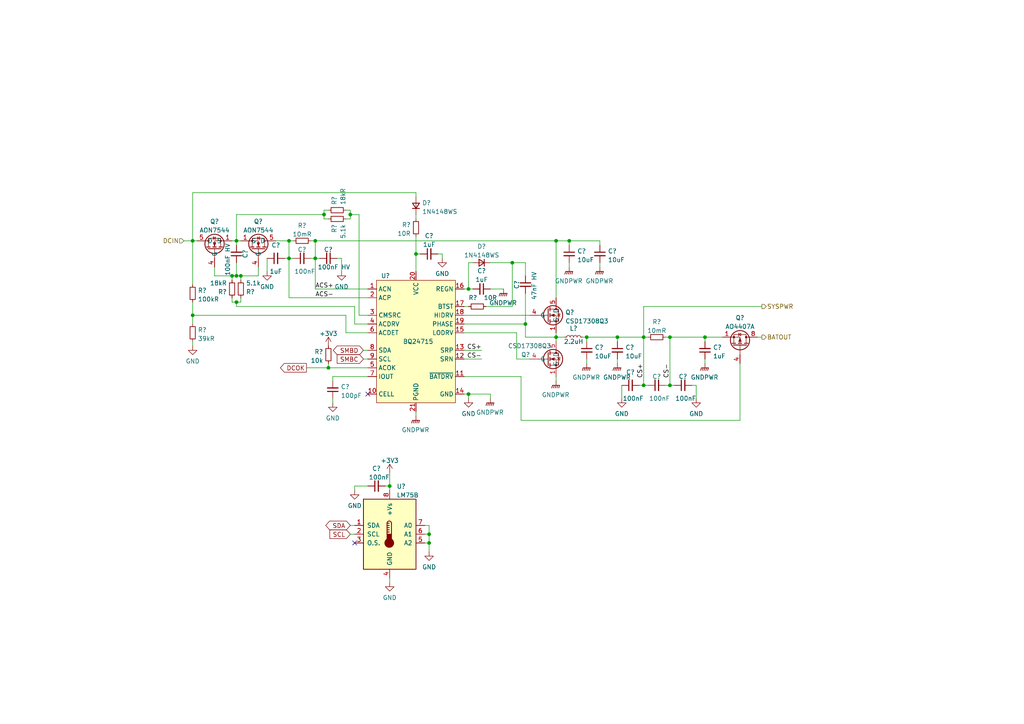
<source format=kicad_sch>
(kicad_sch (version 20211123) (generator eeschema)
  (paper "A4")
  (lib_symbols
    (symbol "Device:C_Small" (pin_numbers hide) (pin_names (offset 0.254) hide)
      (property "Reference" "C" (at 0.254 1.778 0))
      (property "Value" "C_Small" (at 0.254 -2.032 0))
      (symbol "C_Small_0_1"
        (polyline (pts (xy -1.524 -0.508) (xy 1.524 -0.508)) (stroke (width 0.3302)))
        (polyline (pts (xy -1.524 0.508) (xy 1.524 0.508)) (stroke (width 0.3048)))
      )
      (symbol "C_Small_1_1"
        (pin passive line (at 0 2.54 270) (length 2.032) (name "~") (number "1"))
        (pin passive line (at 0 -2.54 90) (length 2.032) (name "~") (number "2"))
      )
    )
    (symbol "Device:D_Small" (pin_numbers hide) (pin_names (offset 0.254) hide)
      (property "Reference" "D" (at -1.27 2.032 0))
      (property "Value" "D_Small" (at -3.81 -2.032 0))
      (symbol "D_Small_0_1"
        (polyline (pts (xy -0.762 -1.016) (xy -0.762 1.016)) (stroke (width 0.254)))
        (polyline (pts (xy -0.762 0) (xy 0.762 0)))
        (polyline (pts (xy 0.762 -1.016) (xy -0.762 0) (xy 0.762 1.016) (xy 0.762 -1.016)) (stroke (width 0.254)))
      )
      (symbol "D_Small_1_1"
        (pin passive line (at -2.54 0 0) (length 1.778) (name "K") (number "1"))
        (pin passive line (at 2.54 0 180) (length 1.778) (name "A") (number "2"))
      )
    )
    (symbol "Device:L_Small" (pin_numbers hide) (pin_names (offset 0.254) hide)
      (property "Reference" "L" (at 0.762 1.016 0))
      (property "Value" "L_Small" (at 0.762 -1.016 0))
      (symbol "L_Small_0_1"
        (arc (start 0 -2.032) (mid 0.508 -1.524) (end 0 -1.016))
        (arc (start 0 -1.016) (mid 0.508 -0.508) (end 0 0))
        (arc (start 0 0) (mid 0.508 0.508) (end 0 1.016))
        (arc (start 0 1.016) (mid 0.508 1.524) (end 0 2.032))
      )
      (symbol "L_Small_1_1"
        (pin passive line (at 0 2.54 270) (length 0.508) (name "~") (number "1"))
        (pin passive line (at 0 -2.54 90) (length 0.508) (name "~") (number "2"))
      )
    )
    (symbol "Device:R_Small" (pin_numbers hide) (pin_names (offset 0.254) hide)
      (property "Reference" "R" (at 0.762 0.508 0))
      (property "Value" "R_Small" (at 0.762 -1.016 0))
      (symbol "R_Small_0_1"
        (rectangle (start -0.762 1.778) (end 0.762 -1.778) (stroke (width 0.2032)))
      )
      (symbol "R_Small_1_1"
        (pin passive line (at 0 2.54 270) (length 0.762) (name "~") (number "1"))
        (pin passive line (at 0 -2.54 90) (length 0.762) (name "~") (number "2"))
      )
    )
    (symbol "Sensor_Temperature:LM75B" (pin_names (offset 1.016))
      (property "Reference" "U" (at -6.35 11.43 0))
      (property "Value" "LM75B" (at 0 11.43 0))
      (symbol "LM75B_0_1"
        (rectangle (start -7.62 10.16) (end 7.62 -10.16) (stroke (width 0.254)) (fill (type background)))
        (circle (center -0.127 -2.54) (radius 1.27) (stroke (width 0.254)) (fill (type outline)))
        (polyline (pts (xy -0.762 0.635) (xy -0.127 0.635)) (stroke (width 0.254)))
        (polyline (pts (xy -0.762 1.27) (xy -0.127 1.27)) (stroke (width 0.254)))
        (polyline (pts (xy -0.762 1.905) (xy -0.127 1.905)) (stroke (width 0.254)))
        (polyline (pts (xy -0.762 2.54) (xy -0.127 2.54)) (stroke (width 0.254)))
        (polyline (pts (xy -0.762 3.175) (xy -0.762 0)) (stroke (width 0.254)))
        (polyline (pts (xy -0.762 3.175) (xy -0.127 3.175)) (stroke (width 0.254)))
        (polyline (pts (xy 0.508 3.175) (xy 0.508 0)) (stroke (width 0.254)))
        (rectangle (start 0.508 -1.905) (end -0.762 0) (stroke (width 0.254)) (fill (type outline)))
        (arc (start 0.508 3.175) (mid -0.127 3.81) (end -0.762 3.175) (stroke (width 0.254)))
      )
      (symbol "LM75B_1_1"
        (pin bidirectional line (at -10.16 2.54 0) (length 2.54) (name "SDA") (number "1"))
        (pin input line (at -10.16 0 0) (length 2.54) (name "SCL") (number "2"))
        (pin open_collector line (at -10.16 -2.54 0) (length 2.54) (name "O.S.") (number "3"))
        (pin power_in line (at 0 -12.7 90) (length 2.54) (name "GND") (number "4"))
        (pin input line (at 10.16 -2.54 180) (length 2.54) (name "A2") (number "5"))
        (pin input line (at 10.16 0 180) (length 2.54) (name "A1") (number "6"))
        (pin input line (at 10.16 2.54 180) (length 2.54) (name "A0") (number "7"))
        (pin power_in line (at 0 12.7 270) (length 2.54) (name "+Vs") (number "8"))
      )
    )
    (symbol "Transistor_FET:FDS9435A" (pin_names hide)
      (property "Reference" "Q" (at 5.08 1.905 0))
      (property "Value" "FDS9435A" (at 5.08 0 0))
      (symbol "FDS9435A_0_1"
        (polyline (pts (xy 0.254 0) (xy -2.54 0)))
        (polyline (pts (xy 0.254 1.905) (xy 0.254 -1.905)) (stroke (width 0.254)))
        (polyline (pts (xy 0.762 -1.27) (xy 0.762 -2.286)) (stroke (width 0.254)))
        (polyline (pts (xy 0.762 0.508) (xy 0.762 -0.508)) (stroke (width 0.254)))
        (polyline (pts (xy 0.762 2.286) (xy 0.762 1.27)) (stroke (width 0.254)))
        (polyline (pts (xy 2.54 2.54) (xy 2.54 1.778)))
        (polyline (pts (xy 2.54 -2.54) (xy 2.54 0) (xy 0.762 0)))
        (polyline (pts (xy 0.762 1.778) (xy 3.302 1.778) (xy 3.302 -1.778) (xy 0.762 -1.778)))
        (polyline (pts (xy 2.286 0) (xy 1.27 0.381) (xy 1.27 -0.381) (xy 2.286 0)) (fill (type outline)))
        (polyline (pts (xy 2.794 -0.508) (xy 2.921 -0.381) (xy 3.683 -0.381) (xy 3.81 -0.254)))
        (polyline (pts (xy 3.302 -0.381) (xy 2.921 0.254) (xy 3.683 0.254) (xy 3.302 -0.381)))
        (circle (center 1.651 0) (radius 2.794) (stroke (width 0.254)))
        (circle (center 2.54 -1.778) (radius 0.254) (fill (type outline)))
        (circle (center 2.54 1.778) (radius 0.254) (fill (type outline)))
      )
      (symbol "FDS9435A_1_1"
        (pin passive line (at 2.54 -5.08 90) (length 2.54) (name "S") (number "1"))
        (pin passive line (at 2.54 -5.08 90) (length 2.54) hide (name "S") (number "2"))
        (pin passive line (at 2.54 -5.08 90) (length 2.54) hide (name "S") (number "3"))
        (pin passive line (at -5.08 0 0) (length 2.54) (name "G") (number "4"))
        (pin passive line (at 2.54 5.08 270) (length 2.54) hide (name "D") (number "5"))
        (pin passive line (at 2.54 5.08 270) (length 2.54) hide (name "D") (number "6"))
        (pin passive line (at 2.54 5.08 270) (length 2.54) hide (name "D") (number "7"))
        (pin passive line (at 2.54 5.08 270) (length 2.54) (name "D") (number "8"))
      )
    )
    (symbol "Transistor_FET_DFN:AON7544"
      (property "Reference" "Q" (at 0 0 0))
      (property "Value" "AON7544" (at -6.35 5.08 0))
      (symbol "AON7544_0_1"
        (circle (center -0.889 0) (radius 2.794) (stroke (width 0.254)))
        (circle (center 0 -1.778) (radius 0.254) (fill (type outline)))
        (polyline (pts (xy -2.286 0) (xy -5.08 0)))
        (polyline (pts (xy -2.286 1.905) (xy -2.286 -1.905)) (stroke (width 0.254)))
        (polyline (pts (xy -1.778 -1.27) (xy -1.778 -2.286)) (stroke (width 0.254)))
        (polyline (pts (xy -1.778 0.508) (xy -1.778 -0.508)) (stroke (width 0.254)))
        (polyline (pts (xy -1.778 2.286) (xy -1.778 1.27)) (stroke (width 0.254)))
        (polyline (pts (xy 0 2.54) (xy 0 1.778)))
        (polyline (pts (xy 0 -2.54) (xy 0 0) (xy -1.778 0)))
        (polyline (pts (xy -1.778 -1.778) (xy 0.762 -1.778) (xy 0.762 1.778) (xy -1.778 1.778)))
        (polyline (pts (xy -1.524 0) (xy -0.508 0.381) (xy -0.508 -0.381) (xy -1.524 0)) (fill (type outline)))
        (polyline (pts (xy 0.254 0.508) (xy 0.381 0.381) (xy 1.143 0.381) (xy 1.27 0.254)))
        (polyline (pts (xy 0.762 0.381) (xy 0.381 -0.254) (xy 1.143 -0.254) (xy 0.762 0.381)))
        (circle (center 0 1.778) (radius 0.254) (fill (type outline)))
      )
      (symbol "AON7544_1_1"
        (pin passive line (at 0 -5.08 90) (length 2.54) (name "S") (number "1"))
        (pin passive line (at 0 -5.08 90) (length 2.54) hide (name "S") (number "2"))
        (pin passive line (at 0 -5.08 90) (length 2.54) hide (name "S") (number "3"))
        (pin input line (at -7.62 0 0) (length 2.54) (name "G") (number "4"))
        (pin passive line (at 0 5.08 270) (length 2.54) (name "D") (number "5"))
        (pin passive line (at 0 5.08 270) (length 2.54) hide (name "D") (number "6"))
        (pin passive line (at 0 5.08 270) (length 2.54) hide (name "D") (number "7"))
        (pin passive line (at 0 5.08 270) (length 2.54) hide (name "D") (number "8"))
        (pin passive line (at 0 5.08 270) (length 2.54) hide (name "D") (number "9"))
      )
    )
    (symbol "power:+3V3" (power) (pin_names (offset 0))
      (property "Value" "+3V3" (at 0 3.556 0))
      (symbol "+3V3_0_1"
        (polyline (pts (xy -0.762 1.27) (xy 0 2.54)))
        (polyline (pts (xy 0 0) (xy 0 2.54)))
        (polyline (pts (xy 0 2.54) (xy 0.762 1.27)))
      )
      (symbol "+3V3_1_1"
        (pin power_in line (at 0 0 90) (length 0) hide (name "+3V3") (number "1"))
      )
    )
    (symbol "power:GND" (power) (pin_names (offset 0))
      (property "Value" "GND" (at 0 -3.81 0))
      (symbol "GND_0_1"
        (polyline (pts (xy 0 0) (xy 0 -1.27) (xy 1.27 -1.27) (xy 0 -2.54) (xy -1.27 -1.27) (xy 0 -1.27)))
      )
      (symbol "GND_1_1"
        (pin power_in line (at 0 0 270) (length 0) hide (name "GND") (number "1"))
      )
    )
    (symbol "power:GNDPWR" (power) (pin_names (offset 0))
      (property "Value" "GNDPWR" (at 0 -3.302 0))
      (symbol "GNDPWR_0_1"
        (polyline (pts (xy 0 -1.27) (xy 0 0)))
        (polyline (pts (xy -1.016 -1.27) (xy -1.27 -2.032) (xy -1.27 -2.032)) (stroke (width 0.2032)))
        (polyline (pts (xy -0.508 -1.27) (xy -0.762 -2.032) (xy -0.762 -2.032)) (stroke (width 0.2032)))
        (polyline (pts (xy 0 -1.27) (xy -0.254 -2.032) (xy -0.254 -2.032)) (stroke (width 0.2032)))
        (polyline (pts (xy 0.508 -1.27) (xy 0.254 -2.032) (xy 0.254 -2.032)) (stroke (width 0.2032)))
        (polyline (pts (xy 1.016 -1.27) (xy -1.016 -1.27) (xy -1.016 -1.27)) (stroke (width 0.2032)))
        (polyline (pts (xy 1.016 -1.27) (xy 0.762 -2.032) (xy 0.762 -2.032) (xy 0.762 -2.032)) (stroke (width 0.2032)))
      )
      (symbol "GNDPWR_1_1"
        (pin power_in line (at 0 0 270) (length 0) hide (name "GNDPWR") (number "1"))
      )
    )
    (symbol "ti-chargers:BQ24715"
      (property "Reference" "U" (at 69.85 1.27 0))
      (property "Value" "BQ24715" (at 69.85 1.27 0))
      (symbol "BQ24715_0_0"
        (pin input line (at -13.97 15.24 0) (length 2.54) (name "ACN") (number "1"))
        (pin input line (at -13.97 -15.24 0) (length 2.54) (name "CELL") (number "10"))
        (pin output line (at 13.97 -10.16 180) (length 2.54) (name "~{BATDRV}") (number "11"))
        (pin input line (at 13.97 -5.08 180) (length 2.54) (name "SRN") (number "12"))
        (pin input line (at 13.97 -2.54 180) (length 2.54) (name "SRP") (number "13"))
        (pin power_in line (at 13.97 -15.24 180) (length 2.54) (name "GND") (number "14"))
        (pin output line (at 13.97 2.54 180) (length 2.54) (name "LODRV") (number "15"))
        (pin output line (at 13.97 15.24 180) (length 2.54) (name "REGN") (number "16"))
        (pin input line (at 13.97 10.16 180) (length 2.54) (name "BTST") (number "17"))
        (pin output line (at 13.97 7.62 180) (length 2.54) (name "HIDRV") (number "18"))
        (pin input line (at 13.97 5.08 180) (length 2.54) (name "PHASE") (number "19"))
        (pin input line (at -13.97 12.7 0) (length 2.54) (name "ACP") (number "2"))
        (pin power_in line (at 0 20.32 270) (length 2.54) (name "VCC") (number "20"))
        (pin power_in line (at 0 -20.32 90) (length 2.54) (name "PGND") (number "21"))
        (pin input line (at -13.97 7.62 0) (length 2.54) (name "CMSRC") (number "3"))
        (pin output line (at -13.97 5.08 0) (length 2.54) (name "ACDRV") (number "4"))
        (pin output line (at -13.97 -7.62 0) (length 2.54) (name "ACOK") (number "5"))
        (pin input line (at -13.97 2.54 0) (length 2.54) (name "ACDET") (number "6"))
        (pin output line (at -13.97 -10.16 0) (length 2.54) (name "IOUT") (number "7"))
        (pin bidirectional line (at -13.97 -2.54 0) (length 2.54) (name "SDA") (number "8"))
        (pin input line (at -13.97 -5.08 0) (length 2.54) (name "SCL") (number "9"))
      )
      (symbol "BQ24715_0_1"
        (rectangle (start -11.43 17.78) (end 11.43 -17.78) (fill (type background)))
      )
    )
  )
  (junction (at 83.82 74.93))
  (junction (at 69.85 80.01))
  (junction (at 91.44 74.93))
  (junction (at 68.58 80.01))
  (junction (at 120.65 73.66))
  (junction (at 68.58 87.63))
  (junction (at 186.69 97.79))
  (junction (at 83.82 69.85))
  (junction (at 204.47 97.79))
  (junction (at 161.29 69.85))
  (junction (at 194.31 97.79))
  (junction (at 165.1 69.85))
  (junction (at 67.31 80.01))
  (junction (at 179.07 97.79))
  (junction (at 113.03 140.97))
  (junction (at 101.6 62.23))
  (junction (at 170.18 97.79))
  (junction (at 95.25 106.68))
  (junction (at 135.89 83.82))
  (junction (at 124.46 157.48))
  (junction (at 194.31 111.76))
  (junction (at 161.29 97.79))
  (junction (at 186.69 111.76))
  (junction (at 152.4 93.98))
  (junction (at 68.58 69.85))
  (junction (at 55.88 69.85))
  (junction (at 93.98 62.23))
  (junction (at 135.89 114.3))
  (junction (at 124.46 154.94))
  (junction (at 148.59 76.2))
  (junction (at 91.44 69.85))
  (junction (at 55.88 91.44))
  (no_connect (at 106.68 114.3))
  (no_connect (at 102.87 157.48))
  (wire (pts (xy 128.27 73.66) (xy 127 73.66)))
  (wire (pts (xy 128.27 74.93) (xy 128.27 73.66)))
  (wire (pts (xy 100.33 63.5) (xy 101.6 63.5)))
  (wire (pts (xy 55.88 87.63) (xy 55.88 91.44)))
  (wire (pts (xy 194.31 111.76) (xy 195.58 111.76)))
  (wire (pts (xy 194.31 97.79) (xy 194.31 111.76)))
  (wire (pts (xy 101.6 152.4) (xy 102.87 152.4)))
  (wire (pts (xy 68.58 69.85) (xy 68.58 71.12)))
  (wire (pts (xy 93.98 60.96) (xy 93.98 62.23)))
  (wire (pts (xy 67.31 80.01) (xy 68.58 80.01)))
  (wire (pts (xy 62.23 77.47) (xy 62.23 80.01)))
  (wire (pts (xy 186.69 111.76) (xy 187.96 111.76)))
  (wire (pts (xy 96.52 115.57) (xy 96.52 116.84)))
  (wire (pts (xy 165.1 69.85) (xy 161.29 69.85)))
  (wire (pts (xy 69.85 80.01) (xy 74.93 80.01)))
  (wire (pts (xy 83.82 69.85) (xy 85.09 69.85)))
  (wire (pts (xy 102.87 140.97) (xy 102.87 142.24)))
  (wire (pts (xy 134.62 104.14) (xy 139.7 104.14)))
  (wire (pts (xy 124.46 154.94) (xy 124.46 152.4)))
  (wire (pts (xy 220.98 88.9) (xy 186.69 88.9)))
  (wire (pts (xy 170.18 104.14) (xy 170.18 105.41)))
  (wire (pts (xy 142.24 114.3) (xy 142.24 115.57)))
  (wire (pts (xy 102.87 93.98) (xy 102.87 88.9)))
  (wire (pts (xy 135.89 76.2) (xy 135.89 83.82)))
  (wire (pts (xy 185.42 111.76) (xy 186.69 111.76)))
  (wire (pts (xy 194.31 97.79) (xy 204.47 97.79)))
  (wire (pts (xy 100.33 60.96) (xy 101.6 60.96)))
  (wire (pts (xy 93.98 62.23) (xy 93.98 63.5)))
  (wire (pts (xy 161.29 69.85) (xy 161.29 86.36)))
  (wire (pts (xy 68.58 87.63) (xy 69.85 87.63)))
  (wire (pts (xy 104.14 62.23) (xy 101.6 62.23)))
  (wire (pts (xy 124.46 160.02) (xy 124.46 157.48)))
  (wire (pts (xy 68.58 76.2) (xy 68.58 80.01)))
  (wire (pts (xy 90.17 69.85) (xy 91.44 69.85)))
  (wire (pts (xy 186.69 97.79) (xy 179.07 97.79)))
  (wire (pts (xy 83.82 69.85) (xy 83.82 74.93)))
  (wire (pts (xy 161.29 109.22) (xy 161.29 110.49)))
  (wire (pts (xy 55.88 55.88) (xy 120.65 55.88)))
  (wire (pts (xy 113.03 137.16) (xy 113.03 140.97)))
  (wire (pts (xy 91.44 69.85) (xy 161.29 69.85)))
  (wire (pts (xy 68.58 62.23) (xy 68.58 69.85)))
  (wire (pts (xy 69.85 81.28) (xy 69.85 80.01)))
  (wire (pts (xy 101.6 154.94) (xy 102.87 154.94)))
  (wire (pts (xy 55.88 69.85) (xy 55.88 55.88)))
  (wire (pts (xy 165.1 76.2) (xy 165.1 77.47)))
  (wire (pts (xy 170.18 97.79) (xy 179.07 97.79)))
  (wire (pts (xy 186.69 97.79) (xy 186.69 111.76)))
  (wire (pts (xy 111.76 140.97) (xy 113.03 140.97)))
  (wire (pts (xy 142.24 83.82) (xy 146.05 83.82)))
  (wire (pts (xy 168.91 97.79) (xy 170.18 97.79)))
  (wire (pts (xy 96.52 109.22) (xy 96.52 110.49)))
  (wire (pts (xy 204.47 104.14) (xy 204.47 105.41)))
  (wire (pts (xy 101.6 62.23) (xy 101.6 63.5)))
  (wire (pts (xy 135.89 115.57) (xy 135.89 114.3)))
  (wire (pts (xy 151.13 121.92) (xy 214.63 121.92)))
  (wire (pts (xy 161.29 97.79) (xy 161.29 99.06)))
  (wire (pts (xy 179.07 97.79) (xy 179.07 99.06)))
  (wire (pts (xy 134.62 93.98) (xy 152.4 93.98)))
  (wire (pts (xy 134.62 91.44) (xy 153.67 91.44)))
  (wire (pts (xy 92.71 74.93) (xy 91.44 74.93)))
  (wire (pts (xy 120.65 119.38) (xy 120.65 120.65)))
  (wire (pts (xy 106.68 86.36) (xy 83.82 86.36)))
  (wire (pts (xy 170.18 97.79) (xy 170.18 99.06)))
  (wire (pts (xy 148.59 76.2) (xy 148.59 88.9)))
  (wire (pts (xy 152.4 85.09) (xy 152.4 93.98)))
  (wire (pts (xy 187.96 97.79) (xy 186.69 97.79)))
  (wire (pts (xy 124.46 152.4) (xy 123.19 152.4)))
  (wire (pts (xy 113.03 140.97) (xy 113.03 142.24)))
  (wire (pts (xy 104.14 91.44) (xy 106.68 91.44)))
  (wire (pts (xy 134.62 96.52) (xy 149.86 96.52)))
  (wire (pts (xy 193.04 111.76) (xy 194.31 111.76)))
  (wire (pts (xy 149.86 96.52) (xy 149.86 104.14)))
  (wire (pts (xy 194.31 97.79) (xy 193.04 97.79)))
  (wire (pts (xy 180.34 111.76) (xy 180.34 115.57)))
  (wire (pts (xy 214.63 121.92) (xy 214.63 105.41)))
  (wire (pts (xy 91.44 69.85) (xy 91.44 74.93)))
  (wire (pts (xy 100.33 91.44) (xy 55.88 91.44)))
  (wire (pts (xy 62.23 80.01) (xy 67.31 80.01)))
  (wire (pts (xy 120.65 55.88) (xy 120.65 57.15)))
  (wire (pts (xy 88.9 106.68) (xy 95.25 106.68)))
  (wire (pts (xy 123.19 154.94) (xy 124.46 154.94)))
  (wire (pts (xy 83.82 74.93) (xy 85.09 74.93)))
  (wire (pts (xy 120.65 68.58) (xy 120.65 73.66)))
  (wire (pts (xy 186.69 88.9) (xy 186.69 97.79)))
  (wire (pts (xy 106.68 96.52) (xy 100.33 96.52)))
  (wire (pts (xy 161.29 96.52) (xy 161.29 97.79)))
  (wire (pts (xy 95.25 106.68) (xy 106.68 106.68)))
  (wire (pts (xy 148.59 76.2) (xy 152.4 76.2)))
  (wire (pts (xy 204.47 97.79) (xy 204.47 99.06)))
  (wire (pts (xy 173.99 69.85) (xy 173.99 71.12)))
  (wire (pts (xy 137.16 76.2) (xy 135.89 76.2)))
  (wire (pts (xy 104.14 62.23) (xy 104.14 91.44)))
  (wire (pts (xy 99.06 74.93) (xy 97.79 74.93)))
  (wire (pts (xy 120.65 73.66) (xy 121.92 73.66)))
  (wire (pts (xy 67.31 81.28) (xy 67.31 80.01)))
  (wire (pts (xy 55.88 91.44) (xy 55.88 93.98)))
  (wire (pts (xy 165.1 69.85) (xy 173.99 69.85)))
  (wire (pts (xy 55.88 99.06) (xy 55.88 100.33)))
  (wire (pts (xy 161.29 97.79) (xy 152.4 97.79)))
  (wire (pts (xy 55.88 69.85) (xy 55.88 82.55)))
  (wire (pts (xy 101.6 60.96) (xy 101.6 62.23)))
  (wire (pts (xy 135.89 114.3) (xy 142.24 114.3)))
  (wire (pts (xy 105.41 101.6) (xy 106.68 101.6)))
  (wire (pts (xy 82.55 74.93) (xy 83.82 74.93)))
  (wire (pts (xy 123.19 157.48) (xy 124.46 157.48)))
  (wire (pts (xy 100.33 96.52) (xy 100.33 91.44)))
  (wire (pts (xy 68.58 69.85) (xy 69.85 69.85)))
  (wire (pts (xy 124.46 157.48) (xy 124.46 154.94)))
  (wire (pts (xy 135.89 83.82) (xy 137.16 83.82)))
  (wire (pts (xy 57.15 69.85) (xy 55.88 69.85)))
  (wire (pts (xy 106.68 140.97) (xy 102.87 140.97)))
  (wire (pts (xy 134.62 101.6) (xy 139.7 101.6)))
  (wire (pts (xy 165.1 71.12) (xy 165.1 69.85)))
  (wire (pts (xy 53.34 69.85) (xy 55.88 69.85)))
  (wire (pts (xy 120.65 62.23) (xy 120.65 63.5)))
  (wire (pts (xy 105.41 104.14) (xy 106.68 104.14)))
  (wire (pts (xy 134.62 83.82) (xy 135.89 83.82)))
  (wire (pts (xy 68.58 87.63) (xy 68.58 88.9)))
  (wire (pts (xy 106.68 93.98) (xy 102.87 93.98)))
  (wire (pts (xy 69.85 86.36) (xy 69.85 87.63)))
  (wire (pts (xy 120.65 78.74) (xy 120.65 73.66)))
  (wire (pts (xy 148.59 88.9) (xy 140.97 88.9)))
  (wire (pts (xy 179.07 104.14) (xy 179.07 105.41)))
  (wire (pts (xy 68.58 62.23) (xy 93.98 62.23)))
  (wire (pts (xy 67.31 87.63) (xy 67.31 86.36)))
  (wire (pts (xy 152.4 97.79) (xy 152.4 93.98)))
  (wire (pts (xy 77.47 74.93) (xy 77.47 78.74)))
  (wire (pts (xy 201.93 115.57) (xy 201.93 111.76)))
  (wire (pts (xy 134.62 109.22) (xy 151.13 109.22)))
  (wire (pts (xy 68.58 88.9) (xy 102.87 88.9)))
  (wire (pts (xy 80.01 69.85) (xy 83.82 69.85)))
  (wire (pts (xy 90.17 74.93) (xy 91.44 74.93)))
  (wire (pts (xy 173.99 76.2) (xy 173.99 77.47)))
  (wire (pts (xy 106.68 83.82) (xy 91.44 83.82)))
  (wire (pts (xy 91.44 83.82) (xy 91.44 74.93)))
  (wire (pts (xy 83.82 86.36) (xy 83.82 74.93)))
  (wire (pts (xy 93.98 60.96) (xy 95.25 60.96)))
  (wire (pts (xy 74.93 80.01) (xy 74.93 77.47)))
  (wire (pts (xy 67.31 87.63) (xy 68.58 87.63)))
  (wire (pts (xy 135.89 114.3) (xy 134.62 114.3)))
  (wire (pts (xy 106.68 109.22) (xy 96.52 109.22)))
  (wire (pts (xy 151.13 109.22) (xy 151.13 121.92)))
  (wire (pts (xy 134.62 88.9) (xy 135.89 88.9)))
  (wire (pts (xy 204.47 97.79) (xy 209.55 97.79)))
  (wire (pts (xy 95.25 106.68) (xy 95.25 105.41)))
  (wire (pts (xy 67.31 69.85) (xy 68.58 69.85)))
  (wire (pts (xy 201.93 111.76) (xy 200.66 111.76)))
  (wire (pts (xy 95.25 63.5) (xy 93.98 63.5)))
  (wire (pts (xy 149.86 104.14) (xy 153.67 104.14)))
  (wire (pts (xy 99.06 78.74) (xy 99.06 74.93)))
  (wire (pts (xy 69.85 80.01) (xy 68.58 80.01)))
  (wire (pts (xy 152.4 76.2) (xy 152.4 80.01)))
  (wire (pts (xy 163.83 97.79) (xy 161.29 97.79)))
  (wire (pts (xy 113.03 167.64) (xy 113.03 168.91)))
  (wire (pts (xy 142.24 76.2) (xy 148.59 76.2)))
  (wire (pts (xy 219.71 97.79) (xy 220.98 97.79)))
  (label "CS+" (at 139.7 101.6 180))
  (label "CS-" (at 194.31 105.41 270))
  (label "ACS-" (at 91.44 86.36 0))
  (label "ACS+" (at 91.44 83.82 0))
  (label "CS+" (at 186.69 105.41 270))
  (label "CS-" (at 139.7 104.14 180))
  (global_label "SDA" (shape bidirectional) (at 101.6 152.4 180) (property "Referenzen zwischen Schaltplänen" "${INTERSHEET_REFS}" (effects hide)))
  (global_label "SCL" (shape input) (at 101.6 154.94 180) (property "Referenzen zwischen Schaltplänen" "${INTERSHEET_REFS}" (effects hide)))
  (global_label "SMBD" (shape bidirectional) (at 105.41 101.6 180) (property "Referenzen zwischen Schaltplänen" "${INTERSHEET_REFS}" (effects hide)))
  (global_label "SMBC" (shape input) (at 105.41 104.14 180) (property "Referenzen zwischen Schaltplänen" "${INTERSHEET_REFS}" (effects hide)))
  (global_label "DCOK" (shape output) (at 88.9 106.68 180) (property "Referenzen zwischen Schaltplänen" "${INTERSHEET_REFS}" (effects hide)))
  (hierarchical_label "DCIN" (shape input) (at 53.34 69.85 180))
  (hierarchical_label "BATOUT" (shape output) (at 220.98 97.79 0))
  (hierarchical_label "SYSPWR" (shape output) (at 220.98 88.9 0))
  (symbol (lib_id "Device:C_Small") (at 152.4 82.55 0) (unit 1)
    (property "Reference" "C?" (at 149.86 81.28 90) (effects (justify right)))
    (property "Value" "47nF HV" (at 154.94 78.74 90) (effects (justify right)))
    (property "Footprint" "Capacitor_SMD:C_0603_1608Metric" (effects hide))
    (property "LCSC" "C1622" (effects hide))
  )
  (symbol (lib_id "Device:R_Small") (at 97.79 63.5 270) (mirror x) (unit 1)
    (property "Reference" "R?" (at 96.9553 64.9985 0) (effects (justify right)))
    (property "Value" "5.1k" (at 99.4922 64.9985 0) (effects (justify right)))
    (property "Footprint" "Resistor_SMD:R_0402_1005Metric" (effects hide))
    (property "LCSC" "C25905" (effects hide))
  )
  (symbol (lib_id "Transistor_FET_DFN:AON7544") (at 161.29 91.44 0) (unit 1)
    (property "Reference" "Q?" (at 163.957 90.6053 0) (effects (justify left)))
    (property "Value" "CSD17308Q3" (at 163.957 93.1422 0) (effects (justify left)))
    (property "Footprint" "Package_DFN_FET:DFN-8-FET_3x3mm_P0.65mm" (effects hide))
    (property "Datasheet" "https://datasheet.lcsc.com/lcsc/1810091250_Texas-Instruments-CSD17308Q3_C294987.pdf" (effects hide))
    (property "LCSC" "C294987" (effects hide))
  )
  (symbol (lib_id "power:GND") (at 201.93 115.57 0) (unit 1)
    (property "Reference" "#PWR?" (effects hide))
    (property "Value" "GND" (at 201.93 120.0134 0))
  )
  (symbol (lib_id "power:GND") (at 180.34 115.57 0) (unit 1)
    (property "Reference" "#PWR?" (effects hide))
    (property "Value" "GND" (at 180.34 120.0134 0))
  )
  (symbol (lib_id "Transistor_FET_DFN:AON7544") (at 161.29 104.14 0) (unit 1)
    (property "Reference" "Q?" (at 151.13 102.87 0) (effects (justify left)))
    (property "Value" "CSD17308Q3" (at 147.32 100.33 0) (effects (justify left)))
    (property "Footprint" "Package_DFN_FET:DFN-8-FET_3x3mm_P0.65mm" (effects hide))
    (property "Datasheet" "https://datasheet.lcsc.com/lcsc/1810091250_Texas-Instruments-CSD17308Q3_C294987.pdf" (effects hide))
    (property "LCSC" "C294987" (effects hide))
  )
  (symbol (lib_id "power:GNDPWR") (at 170.18 105.41 0) (unit 1)
    (property "Reference" "#PWR?" (effects hide))
    (property "Value" "GNDPWR" (at 170.053 109.447 0))
  )
  (symbol (lib_id "power:+3V3") (at 95.25 100.33 0) (unit 1)
    (property "Reference" "#PWR?" (effects hide))
    (property "Value" "+3V3" (at 95.25 96.7542 0))
  )
  (symbol (lib_id "Device:R_Small") (at 190.5 97.79 90) (unit 1)
    (property "Reference" "R?" (at 190.5 93.3536 90))
    (property "Value" "10mR" (at 190.5 95.8905 90))
    (property "Footprint" "Resistor_SMD:R_0805_2012Metric" (effects hide))
    (property "LCSC" "C270927" (effects hide))
  )
  (symbol (lib_id "Device:C_Small") (at 190.5 111.76 90) (mirror x) (unit 1)
    (property "Reference" "C?" (at 191.77 109.22 90) (effects (justify left)))
    (property "Value" "100nF" (at 194.31 115.57 90) (effects (justify left)))
    (property "Footprint" "Capacitor_SMD:C_0402_1005Metric" (effects hide))
    (property "LCSC" "C1525" (effects hide))
  )
  (symbol (lib_id "power:GNDPWR") (at 173.99 77.47 0) (unit 1)
    (property "Reference" "#PWR?" (effects hide))
    (property "Value" "GNDPWR" (at 173.863 81.507 0))
  )
  (symbol (lib_id "power:GND") (at 113.03 168.91 0) (unit 1)
    (property "Reference" "#PWR?" (effects hide))
    (property "Value" "GND" (at 113.03 173.3534 0))
  )
  (symbol (lib_id "Device:C_Small") (at 96.52 113.03 180) (unit 1)
    (property "Reference" "C?" (at 98.8441 112.1889 0) (effects (justify right)))
    (property "Value" "100pF" (at 98.8441 114.7258 0) (effects (justify right)))
    (property "Footprint" "Capacitor_SMD:C_0402_1005Metric" (effects hide))
    (property "LCSC" "C1546" (effects hide))
  )
  (symbol (lib_id "Device:R_Small") (at 55.88 85.09 0) (unit 1)
    (property "Reference" "R?" (at 57.3786 84.2553 0) (effects (justify left)))
    (property "Value" "100kR" (at 57.3786 86.7922 0) (effects (justify left)))
    (property "Footprint" "Resistor_SMD:R_0402_1005Metric" (effects hide))
    (property "LCSC" "C25741" (effects hide))
  )
  (symbol (lib_id "power:GNDPWR") (at 165.1 77.47 0) (unit 1)
    (property "Reference" "#PWR?" (effects hide))
    (property "Value" "GNDPWR" (at 164.973 81.507 0))
  )
  (symbol (lib_id "Device:R_Small") (at 67.31 83.82 180) (unit 1)
    (property "Reference" "R?" (at 65.8114 84.6547 0) (effects (justify left)))
    (property "Value" "18kR" (at 65.8114 82.1178 0) (effects (justify left)))
    (property "Footprint" "Resistor_SMD:R_0402_1005Metric" (effects hide))
    (property "LCSC" "C25762" (effects hide))
  )
  (symbol (lib_id "Device:R_Small") (at 95.25 102.87 0) (mirror x) (unit 1)
    (property "Reference" "R?" (at 93.7515 102.0353 0) (effects (justify right)))
    (property "Value" "10k" (at 93.7515 104.5722 0) (effects (justify right)))
    (property "Footprint" "Resistor_SMD:R_0402_1005Metric" (effects hide))
    (property "LCSC" "C25744" (effects hide))
  )
  (symbol (lib_id "Device:R_Small") (at 120.65 66.04 0) (mirror x) (unit 1)
    (property "Reference" "R?" (at 119.1514 65.2053 0) (effects (justify right)))
    (property "Value" "10R" (at 119.1514 67.7422 0) (effects (justify right)))
    (property "Footprint" "Resistor_SMD:R_0402_1005Metric" (effects hide))
    (property "LCSC" "C25077" (effects hide))
  )
  (symbol (lib_id "Device:R_Small") (at 55.88 96.52 0) (unit 1)
    (property "Reference" "R?" (at 57.3786 95.6853 0) (effects (justify left)))
    (property "Value" "39kR" (at 57.3786 98.2222 0) (effects (justify left)))
    (property "Footprint" "Resistor_SMD:R_0402_1005Metric" (effects hide))
    (property "LCSC" "C25783" (effects hide))
  )
  (symbol (lib_id "Device:R_Small") (at 87.63 69.85 90) (unit 1)
    (property "Reference" "R?" (at 87.63 65.4136 90))
    (property "Value" "10mR" (at 87.63 67.9505 90))
    (property "Footprint" "Resistor_SMD:R_0805_2012Metric" (effects hide))
    (property "LCSC" "C270927" (effects hide))
  )
  (symbol (lib_id "Transistor_FET_DFN:AON7544") (at 62.23 69.85 90) (unit 1)
    (property "Reference" "Q?" (at 62.23 64.2452 90))
    (property "Value" "AON7544" (at 62.23 66.7821 90))
    (property "Footprint" "Package_DFN_FET:DFN-8-FET_3x3mm_P0.65mm" (effects hide))
    (property "Datasheet" "https://datasheet.lcsc.com/lcsc/1912111437_Alpha-&-Omega-Semicon-AON7544_C315567.pdf" (effects hide))
    (property "LCSC" "C315567" (effects hide))
  )
  (symbol (lib_id "Device:C_Small") (at 109.22 140.97 90) (mirror x) (unit 1)
    (property "Reference" "C?" (at 110.49 135.89 90) (effects (justify left)))
    (property "Value" "100nF" (at 113.03 138.43 90) (effects (justify left)))
    (property "Footprint" "Capacitor_SMD:C_0402_1005Metric" (effects hide))
    (property "LCSC" "C1525" (effects hide))
  )
  (symbol (lib_id "Device:C_Small") (at 87.63 74.93 90) (mirror x) (unit 1)
    (property "Reference" "C?" (at 88.9 72.39 90) (effects (justify left)))
    (property "Value" "100nF" (at 91.44 78.74 90) (effects (justify left)))
    (property "Footprint" "Capacitor_SMD:C_0402_1005Metric" (effects hide))
    (property "LCSC" "C1525" (effects hide))
  )
  (symbol (lib_id "Device:R_Small") (at 138.43 88.9 90) (mirror x) (unit 1)
    (property "Reference" "R?" (at 137.16 86.36 90))
    (property "Value" "10R" (at 142.24 86.36 90))
    (property "Footprint" "Resistor_SMD:R_0402_1005Metric" (effects hide))
    (property "LCSC" "C25077" (effects hide))
  )
  (symbol (lib_id "power:GND") (at 128.27 74.93 0) (unit 1)
    (property "Reference" "#PWR?" (effects hide))
    (property "Value" "GND" (at 128.27 79.3734 0))
  )
  (symbol (lib_id "Device:C_Small") (at 173.99 73.66 0) (unit 1)
    (property "Reference" "C?" (at 176.3141 72.8316 0) (effects (justify left)))
    (property "Value" "10uF" (at 176.3141 75.3685 0) (effects (justify left)))
    (property "Footprint" "Capacitor_SMD:C_0805_2012Metric" (effects hide))
    (property "LCSC" "C15850" (effects hide))
  )
  (symbol (lib_id "Device:C_Small") (at 204.47 101.6 180) (unit 1)
    (property "Reference" "C?" (at 206.7941 100.7589 0) (effects (justify right)))
    (property "Value" "1uF" (at 206.7941 103.2958 0) (effects (justify right)))
    (property "Footprint" "Capacitor_SMD:C_0402_1005Metric" (effects hide))
    (property "LCSC" "C52923" (effects hide))
  )
  (symbol (lib_id "Sensor_Temperature:LM75B") (at 113.03 154.94 0) (unit 1)
    (property "Reference" "U?" (at 115.0494 141.0802 0) (effects (justify left)))
    (property "Value" "LM75B" (at 115.0494 143.6171 0) (effects (justify left)))
    (property "Datasheet" "http://www.ti.com/lit/ds/symlink/lm75b.pdf" (effects hide))
  )
  (symbol (lib_id "power:GNDPWR") (at 142.24 115.57 0) (unit 1)
    (property "Reference" "#PWR?" (effects hide))
    (property "Value" "GNDPWR" (at 142.113 119.607 0))
  )
  (symbol (lib_id "power:+3V3") (at 113.03 137.16 0) (unit 1)
    (property "Reference" "#PWR?" (effects hide))
    (property "Value" "+3V3" (at 113.03 133.5842 0))
  )
  (symbol (lib_id "Device:R_Small") (at 97.79 60.96 90) (unit 1)
    (property "Reference" "R?" (at 96.9553 59.4614 0) (effects (justify left)))
    (property "Value" "18kR" (at 99.4922 59.4614 0) (effects (justify left)))
    (property "Footprint" "Resistor_SMD:R_0402_1005Metric" (effects hide))
    (property "LCSC" "C25762" (effects hide))
  )
  (symbol (lib_id "power:GND") (at 77.47 78.74 0) (unit 1)
    (property "Reference" "#PWR?" (effects hide))
    (property "Value" "GND" (at 77.47 83.1834 0))
  )
  (symbol (lib_id "Device:C_Small") (at 68.58 73.66 180) (unit 1)
    (property "Reference" "C?" (at 71.12 74.93 90) (effects (justify right)))
    (property "Value" "100nF HV" (at 66.04 80.01 90) (effects (justify right)))
    (property "Footprint" "Capacitor_SMD:C_0603_1608Metric" (effects hide))
    (property "LCSC" "C14663" (effects hide))
  )
  (symbol (lib_id "ti-chargers:BQ24715") (at 120.65 99.06 0) (unit 1)
    (property "Reference" "U?" (at 110.49 80.01 0) (effects (justify left)))
    (property "Value" "BQ24715" (at 116.84 99.06 0) (effects (justify left)))
    (property "Footprint" "Package_DFN_QFN:QFN-20-1EP_3.5x3.5mm_P0.5mm_EP2x2mm_ThermalVias" (effects hide))
    (property "Datasheet" "https://www.ti.com/lit/ds/symlink/bq24715.pdf" (effects hide))
    (property "LCSC" "C276341" (effects hide))
  )
  (symbol (lib_id "Device:C_Small") (at 170.18 101.6 0) (unit 1)
    (property "Reference" "C?" (at 172.5041 100.7716 0) (effects (justify left)))
    (property "Value" "10uF" (at 172.5041 103.3085 0) (effects (justify left)))
    (property "Footprint" "Capacitor_SMD:C_0805_2012Metric" (effects hide))
    (property "LCSC" "C15850" (effects hide))
  )
  (symbol (lib_id "power:GNDPWR") (at 120.65 120.65 0) (unit 1)
    (property "Reference" "#PWR?" (effects hide))
    (property "Value" "GNDPWR" (at 120.523 124.687 0))
  )
  (symbol (lib_id "Transistor_FET_DFN:AON7544") (at 74.93 69.85 270) (mirror x) (unit 1)
    (property "Reference" "Q?" (at 74.93 64.2452 90))
    (property "Value" "AON7544" (at 74.93 66.7821 90))
    (property "Footprint" "Package_DFN_FET:DFN-8-FET_3x3mm_P0.65mm" (effects hide))
    (property "Datasheet" "https://datasheet.lcsc.com/lcsc/1912111437_Alpha-&-Omega-Semicon-AON7544_C315567.pdf" (effects hide))
    (property "LCSC" "C315567" (effects hide))
  )
  (symbol (lib_id "Device:C_Small") (at 182.88 111.76 90) (mirror x) (unit 1)
    (property "Reference" "C?" (at 184.15 107.95 90) (effects (justify left)))
    (property "Value" "100nF" (at 186.69 115.57 90) (effects (justify left)))
    (property "Footprint" "Capacitor_SMD:C_0402_1005Metric" (effects hide))
    (property "LCSC" "C1525" (effects hide))
  )
  (symbol (lib_id "Transistor_FET:FDS9435A") (at 214.63 100.33 270) (mirror x) (unit 1)
    (property "Reference" "Q?" (at 214.63 92.1852 90))
    (property "Value" "AO4407A" (at 214.63 94.7221 90))
    (property "Footprint" "Package_SO:SOIC-8_3.9x4.9mm_P1.27mm" (effects hide))
    (property "Datasheet" "https://datasheet.lcsc.com/szlcsc/Alpha-Omega-Semicon-AOS-AO4407A_C16072.pdf" (effects hide))
    (property "LCSC" "C16072" (effects hide))
  )
  (symbol (lib_id "power:GND") (at 135.89 115.57 0) (unit 1)
    (property "Reference" "#PWR?" (effects hide))
    (property "Value" "GND" (at 135.89 120.0134 0))
  )
  (symbol (lib_id "Device:C_Small") (at 95.25 74.93 270) (unit 1)
    (property "Reference" "C?" (at 96.52 72.39 90) (effects (justify right)))
    (property "Value" "100nF HV" (at 101.6 77.47 90) (effects (justify right)))
    (property "Footprint" "Capacitor_SMD:C_0603_1608Metric" (effects hide))
    (property "LCSC" "C14663" (effects hide))
  )
  (symbol (lib_id "Device:D_Small") (at 139.7 76.2 180) (unit 1)
    (property "Reference" "D?" (at 139.7 71.4842 0))
    (property "Value" "1N4148WS" (at 139.7 74.0211 0))
    (property "Footprint" "Diode_SMD:D_SOD-323" (effects hide))
    (property "LCSC" "C2128" (effects hide))
  )
  (symbol (lib_id "Device:R_Small") (at 69.85 83.82 0) (mirror y) (unit 1)
    (property "Reference" "R?" (at 71.3485 84.6547 0) (effects (justify right)))
    (property "Value" "5.1k" (at 71.3485 82.1178 0) (effects (justify right)))
    (property "Footprint" "Resistor_SMD:R_0402_1005Metric" (effects hide))
    (property "LCSC" "C25905" (effects hide))
  )
  (symbol (lib_id "power:GNDPWR") (at 161.29 110.49 0) (unit 1)
    (property "Reference" "#PWR?" (effects hide))
    (property "Value" "GNDPWR" (at 161.163 114.527 0))
  )
  (symbol (lib_id "Device:C_Small") (at 179.07 101.6 0) (unit 1)
    (property "Reference" "C?" (at 181.3941 100.7716 0) (effects (justify left)))
    (property "Value" "10uF" (at 181.3941 103.3085 0) (effects (justify left)))
    (property "Footprint" "Capacitor_SMD:C_0805_2012Metric" (effects hide))
    (property "LCSC" "C15850" (effects hide))
  )
  (symbol (lib_id "power:GNDPWR") (at 204.47 105.41 0) (unit 1)
    (property "Reference" "#PWR?" (effects hide))
    (property "Value" "GNDPWR" (at 204.343 109.447 0))
  )
  (symbol (lib_id "Device:L_Small") (at 166.37 97.79 90) (unit 1)
    (property "Reference" "L?" (at 166.37 95.25 90))
    (property "Value" "2.2uH" (at 166.37 99.06 90))
    (property "Footprint" "Inductor_SMD:L_Taiyo-Yuden_MD-4040" (effects hide))
    (property "LCSC" "C98361" (effects hide))
  )
  (symbol (lib_id "power:GNDPWR") (at 179.07 105.41 0) (unit 1)
    (property "Reference" "#PWR?" (effects hide))
    (property "Value" "GNDPWR" (at 178.943 109.447 0))
  )
  (symbol (lib_id "Device:C_Small") (at 139.7 83.82 270) (unit 1)
    (property "Reference" "C?" (at 139.6936 78.5581 90))
    (property "Value" "1uF" (at 139.6936 81.095 90))
    (property "Footprint" "Capacitor_SMD:C_0402_1005Metric" (effects hide))
    (property "LCSC" "C52923" (effects hide))
  )
  (symbol (lib_id "Device:C_Small") (at 80.01 74.93 90) (unit 1)
    (property "Reference" "C?" (at 80.01 71.12 90))
    (property "Value" "1uF" (at 80.01 78.74 90))
    (property "Footprint" "Capacitor_SMD:C_0402_1005Metric" (effects hide))
    (property "LCSC" "C52923" (effects hide))
  )
  (symbol (lib_id "power:GND") (at 96.52 116.84 0) (unit 1)
    (property "Reference" "#PWR?" (effects hide))
    (property "Value" "GND" (at 96.52 121.2834 0))
  )
  (symbol (lib_id "Device:C_Small") (at 198.12 111.76 90) (mirror x) (unit 1)
    (property "Reference" "C?" (at 199.39 109.22 90) (effects (justify left)))
    (property "Value" "100nF" (at 201.93 115.57 90) (effects (justify left)))
    (property "Footprint" "Capacitor_SMD:C_0402_1005Metric" (effects hide))
    (property "LCSC" "C1525" (effects hide))
  )
  (symbol (lib_id "Device:D_Small") (at 120.65 59.69 90) (unit 1)
    (property "Reference" "D?" (at 122.428 58.8553 90) (effects (justify right)))
    (property "Value" "1N4148WS" (at 122.428 61.3922 90) (effects (justify right)))
    (property "Footprint" "Diode_SMD:D_SOD-323" (effects hide))
    (property "LCSC" "C2128" (effects hide))
  )
  (symbol (lib_id "Device:C_Small") (at 124.46 73.66 90) (unit 1)
    (property "Reference" "C?" (at 124.4663 68.3981 90))
    (property "Value" "1uF" (at 124.4663 70.935 90))
    (property "Footprint" "Capacitor_SMD:C_0402_1005Metric" (effects hide))
    (property "LCSC" "C52923" (effects hide))
  )
  (symbol (lib_id "power:GND") (at 55.88 100.33 0) (unit 1)
    (property "Reference" "#PWR?" (effects hide))
    (property "Value" "GND" (at 55.88 104.7734 0))
  )
  (symbol (lib_id "power:GND") (at 99.06 78.74 0) (unit 1)
    (property "Reference" "#PWR?" (effects hide))
    (property "Value" "GND" (at 99.06 83.1834 0))
  )
  (symbol (lib_id "power:GND") (at 102.87 142.24 0) (unit 1)
    (property "Reference" "#PWR?" (effects hide))
    (property "Value" "GND" (at 102.87 146.6834 0))
  )
  (symbol (lib_id "power:GNDPWR") (at 146.05 83.82 0) (unit 1)
    (property "Reference" "#PWR?" (effects hide))
    (property "Value" "GNDPWR" (at 145.923 87.857 0))
  )
  (symbol (lib_id "Device:C_Small") (at 165.1 73.66 0) (unit 1)
    (property "Reference" "C?" (at 167.4241 72.8316 0) (effects (justify left)))
    (property "Value" "10uF" (at 167.4241 75.3685 0) (effects (justify left)))
    (property "Footprint" "Capacitor_SMD:C_0805_2012Metric" (effects hide))
    (property "LCSC" "C15850" (effects hide))
  )
  (symbol (lib_id "power:GND") (at 124.46 160.02 0) (unit 1)
    (property "Reference" "#PWR?" (effects hide))
    (property "Value" "GND" (at 124.46 164.4634 0))
  )
)
</source>
